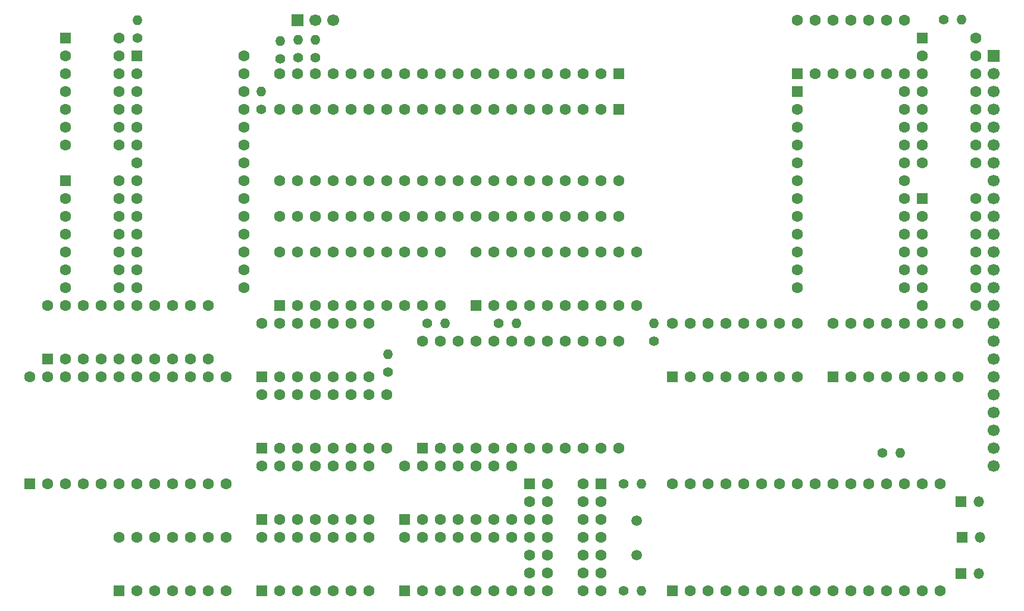
<source format=gbr>
%TF.GenerationSoftware,KiCad,Pcbnew,9.0.1*%
%TF.CreationDate,2025-04-10T23:57:46+03:00*%
%TF.ProjectId,ProgDC,50726f67-4443-42e6-9b69-6361645f7063,rev?*%
%TF.SameCoordinates,Original*%
%TF.FileFunction,Soldermask,Top*%
%TF.FilePolarity,Negative*%
%FSLAX46Y46*%
G04 Gerber Fmt 4.6, Leading zero omitted, Abs format (unit mm)*
G04 Created by KiCad (PCBNEW 9.0.1) date 2025-04-10 23:57:46*
%MOMM*%
%LPD*%
G01*
G04 APERTURE LIST*
G04 Aperture macros list*
%AMRoundRect*
0 Rectangle with rounded corners*
0 $1 Rounding radius*
0 $2 $3 $4 $5 $6 $7 $8 $9 X,Y pos of 4 corners*
0 Add a 4 corners polygon primitive as box body*
4,1,4,$2,$3,$4,$5,$6,$7,$8,$9,$2,$3,0*
0 Add four circle primitives for the rounded corners*
1,1,$1+$1,$2,$3*
1,1,$1+$1,$4,$5*
1,1,$1+$1,$6,$7*
1,1,$1+$1,$8,$9*
0 Add four rect primitives between the rounded corners*
20,1,$1+$1,$2,$3,$4,$5,0*
20,1,$1+$1,$4,$5,$6,$7,0*
20,1,$1+$1,$6,$7,$8,$9,0*
20,1,$1+$1,$8,$9,$2,$3,0*%
G04 Aperture macros list end*
%ADD10R,1.500000X1.500000*%
%ADD11O,1.500000X1.500000*%
%ADD12C,1.400000*%
%ADD13O,1.400000X1.400000*%
%ADD14RoundRect,0.250000X0.550000X-0.550000X0.550000X0.550000X-0.550000X0.550000X-0.550000X-0.550000X0*%
%ADD15C,1.600000*%
%ADD16R,1.700000X1.700000*%
%ADD17C,1.700000*%
%ADD18RoundRect,0.250000X-0.550000X-0.550000X0.550000X-0.550000X0.550000X0.550000X-0.550000X0.550000X0*%
%ADD19RoundRect,0.250000X-0.550000X0.550000X-0.550000X-0.550000X0.550000X-0.550000X0.550000X0.550000X0*%
%ADD20C,1.500000*%
%ADD21RoundRect,0.250000X0.550000X0.550000X-0.550000X0.550000X-0.550000X-0.550000X0.550000X-0.550000X0*%
G04 APERTURE END LIST*
D10*
%TO.C,VD2*%
X178180000Y-119460000D03*
D11*
X180720000Y-119460000D03*
%TD*%
D12*
%TO.C,R6*%
X175707000Y-40528000D03*
D13*
X178247000Y-40528000D03*
%TD*%
D14*
%TO.C,D3*%
X78740000Y-121920000D03*
D15*
X81280000Y-121920000D03*
X83820000Y-121920000D03*
X86360000Y-121920000D03*
X88900000Y-121920000D03*
X91440000Y-121920000D03*
X93980000Y-121920000D03*
X93980000Y-114300000D03*
X91440000Y-114300000D03*
X88900000Y-114300000D03*
X86360000Y-114300000D03*
X83820000Y-114300000D03*
X81280000Y-114300000D03*
X78740000Y-114300000D03*
%TD*%
D12*
%TO.C,R7*%
X130180000Y-106680000D03*
D13*
X132720000Y-106680000D03*
%TD*%
D12*
%TO.C,R1*%
X60976000Y-43145000D03*
D13*
X60976000Y-40605000D03*
%TD*%
D16*
%TO.C,J3*%
X83820000Y-40640000D03*
D17*
X86360000Y-40640000D03*
X88900000Y-40640000D03*
%TD*%
D10*
%TO.C,VD1*%
X178324000Y-114300000D03*
D11*
X180864000Y-114300000D03*
%TD*%
D14*
%TO.C,D12*%
X160020000Y-91440000D03*
D15*
X162560000Y-91440000D03*
X165100000Y-91440000D03*
X167640000Y-91440000D03*
X170180000Y-91440000D03*
X172720000Y-91440000D03*
X175260000Y-91440000D03*
X177800000Y-91440000D03*
X177800000Y-83820000D03*
X175260000Y-83820000D03*
X172720000Y-83820000D03*
X170180000Y-83820000D03*
X167640000Y-83820000D03*
X165100000Y-83820000D03*
X162560000Y-83820000D03*
X160020000Y-83820000D03*
%TD*%
D18*
%TO.C,D21*%
X172720000Y-66040000D03*
D15*
X172720000Y-68580000D03*
X172720000Y-71120000D03*
X172720000Y-73660000D03*
X172720000Y-76200000D03*
X172720000Y-78740000D03*
X172720000Y-81280000D03*
X180340000Y-81280000D03*
X180340000Y-78740000D03*
X180340000Y-76200000D03*
X180340000Y-73660000D03*
X180340000Y-71120000D03*
X180340000Y-68580000D03*
X180340000Y-66040000D03*
%TD*%
D14*
%TO.C,D18*%
X58420000Y-121920000D03*
D15*
X60960000Y-121920000D03*
X63500000Y-121920000D03*
X66040000Y-121920000D03*
X68580000Y-121920000D03*
X71120000Y-121920000D03*
X73660000Y-121920000D03*
X73660000Y-114300000D03*
X71120000Y-114300000D03*
X68580000Y-114300000D03*
X66040000Y-114300000D03*
X63500000Y-114300000D03*
X60960000Y-114300000D03*
X58420000Y-114300000D03*
%TD*%
D14*
%TO.C,D20*%
X99060000Y-121920000D03*
D15*
X101600000Y-121920000D03*
X104140000Y-121920000D03*
X106680000Y-121920000D03*
X109220000Y-121920000D03*
X111760000Y-121920000D03*
X114300000Y-121920000D03*
X114300000Y-114300000D03*
X111760000Y-114300000D03*
X109220000Y-114300000D03*
X106680000Y-114300000D03*
X104140000Y-114300000D03*
X101600000Y-114300000D03*
X99060000Y-114300000D03*
%TD*%
D14*
%TO.C,D10*%
X101600000Y-101600000D03*
D15*
X104140000Y-101600000D03*
X106680000Y-101600000D03*
X109220000Y-101600000D03*
X111760000Y-101600000D03*
X114300000Y-101600000D03*
X116840000Y-101600000D03*
X119380000Y-101600000D03*
X121920000Y-101600000D03*
X124460000Y-101600000D03*
X127000000Y-101600000D03*
X129540000Y-101600000D03*
X129540000Y-86360000D03*
X127000000Y-86360000D03*
X124460000Y-86360000D03*
X121920000Y-86360000D03*
X119380000Y-86360000D03*
X116840000Y-86360000D03*
X114300000Y-86360000D03*
X111760000Y-86360000D03*
X109220000Y-86360000D03*
X106680000Y-86360000D03*
X104140000Y-86360000D03*
X101600000Y-86360000D03*
%TD*%
D14*
%TO.C,D13*%
X137160000Y-91440000D03*
D15*
X139700000Y-91440000D03*
X142240000Y-91440000D03*
X144780000Y-91440000D03*
X147320000Y-91440000D03*
X149860000Y-91440000D03*
X152400000Y-91440000D03*
X154940000Y-91440000D03*
X154940000Y-83820000D03*
X152400000Y-83820000D03*
X149860000Y-83820000D03*
X147320000Y-83820000D03*
X144780000Y-83820000D03*
X142240000Y-83820000D03*
X139700000Y-83820000D03*
X137160000Y-83820000D03*
%TD*%
D12*
%TO.C,R2*%
X78629000Y-53340000D03*
D13*
X78629000Y-50800000D03*
%TD*%
D12*
%TO.C,R12*%
X134509000Y-86360000D03*
D13*
X134509000Y-83820000D03*
%TD*%
D14*
%TO.C,D9*%
X78740000Y-101600000D03*
D15*
X81280000Y-101600000D03*
X83820000Y-101600000D03*
X86360000Y-101600000D03*
X88900000Y-101600000D03*
X91440000Y-101600000D03*
X93980000Y-101600000D03*
X96520000Y-101600000D03*
X96520000Y-93980000D03*
X93980000Y-93980000D03*
X91440000Y-93980000D03*
X88900000Y-93980000D03*
X86360000Y-93980000D03*
X83820000Y-93980000D03*
X81280000Y-93980000D03*
X78740000Y-93980000D03*
%TD*%
D10*
%TO.C,VD3*%
X178197000Y-109220000D03*
D11*
X180737000Y-109220000D03*
%TD*%
D19*
%TO.C,U3*%
X129540000Y-53340000D03*
D15*
X127000000Y-53340000D03*
X124460000Y-53340000D03*
X121920000Y-53340000D03*
X119380000Y-53340000D03*
X116840000Y-53340000D03*
X114300000Y-53340000D03*
X111760000Y-53340000D03*
X109220000Y-53340000D03*
X106680000Y-53340000D03*
X104140000Y-53340000D03*
X101600000Y-53340000D03*
X99060000Y-53340000D03*
X96520000Y-53340000D03*
X93980000Y-53340000D03*
X91440000Y-53340000D03*
X88900000Y-53340000D03*
X86360000Y-53340000D03*
X83820000Y-53340000D03*
X81280000Y-53340000D03*
X81280000Y-68580000D03*
X83820000Y-68580000D03*
X86360000Y-68580000D03*
X88900000Y-68580000D03*
X91440000Y-68580000D03*
X93980000Y-68580000D03*
X96520000Y-68580000D03*
X99060000Y-68580000D03*
X101600000Y-68580000D03*
X104140000Y-68580000D03*
X106680000Y-68580000D03*
X109220000Y-68580000D03*
X111760000Y-68580000D03*
X114300000Y-68580000D03*
X116840000Y-68580000D03*
X119380000Y-68580000D03*
X121920000Y-68580000D03*
X124460000Y-68580000D03*
X127000000Y-68580000D03*
X129540000Y-68580000D03*
%TD*%
D12*
%TO.C,R9*%
X96663000Y-90800000D03*
D13*
X96663000Y-88260000D03*
%TD*%
D20*
%TO.C,ZQ1*%
X132080000Y-116840000D03*
X132080000Y-111940000D03*
%TD*%
D14*
%TO.C,D24*%
X154940000Y-48260000D03*
D15*
X157480000Y-48260000D03*
X160020000Y-48260000D03*
X162560000Y-48260000D03*
X165100000Y-48260000D03*
X167640000Y-48260000D03*
X170180000Y-48260000D03*
X170180000Y-40640000D03*
X167640000Y-40640000D03*
X165100000Y-40640000D03*
X162560000Y-40640000D03*
X160020000Y-40640000D03*
X157480000Y-40640000D03*
X154940000Y-40640000D03*
%TD*%
D19*
%TO.C,J1*%
X129540000Y-48260000D03*
D15*
X127000000Y-48260000D03*
X124460000Y-48260000D03*
X121920000Y-48260000D03*
X119380000Y-48260000D03*
X116840000Y-48260000D03*
X114300000Y-48260000D03*
X111760000Y-48260000D03*
X109220000Y-48260000D03*
X106680000Y-48260000D03*
X104140000Y-48260000D03*
X101600000Y-48260000D03*
X99060000Y-48260000D03*
X96520000Y-48260000D03*
X93980000Y-48260000D03*
X91440000Y-48260000D03*
X88900000Y-48260000D03*
X86360000Y-48260000D03*
X83820000Y-48260000D03*
X81280000Y-48260000D03*
X81280000Y-63500000D03*
X83820000Y-63500000D03*
X86360000Y-63500000D03*
X88900000Y-63500000D03*
X91440000Y-63500000D03*
X93980000Y-63500000D03*
X96520000Y-63500000D03*
X99060000Y-63500000D03*
X101600000Y-63500000D03*
X104140000Y-63500000D03*
X106680000Y-63500000D03*
X109220000Y-63500000D03*
X111760000Y-63500000D03*
X114300000Y-63500000D03*
X116840000Y-63500000D03*
X119380000Y-63500000D03*
X121920000Y-63500000D03*
X124460000Y-63500000D03*
X127000000Y-63500000D03*
X129540000Y-63500000D03*
%TD*%
D12*
%TO.C,R5*%
X83836000Y-45989000D03*
D13*
X83836000Y-43449000D03*
%TD*%
D14*
%TO.C,U2*%
X137160000Y-121920000D03*
D15*
X139700000Y-121920000D03*
X142240000Y-121920000D03*
X144780000Y-121920000D03*
X147320000Y-121920000D03*
X149860000Y-121920000D03*
X152400000Y-121920000D03*
X154940000Y-121920000D03*
X157480000Y-121920000D03*
X160020000Y-121920000D03*
X162560000Y-121920000D03*
X165100000Y-121920000D03*
X167640000Y-121920000D03*
X170180000Y-121920000D03*
X172720000Y-121920000D03*
X175260000Y-121920000D03*
X175260000Y-106680000D03*
X172720000Y-106680000D03*
X170180000Y-106680000D03*
X167640000Y-106680000D03*
X165100000Y-106680000D03*
X162560000Y-106680000D03*
X160020000Y-106680000D03*
X157480000Y-106680000D03*
X154940000Y-106680000D03*
X152400000Y-106680000D03*
X149860000Y-106680000D03*
X147320000Y-106680000D03*
X144780000Y-106680000D03*
X142240000Y-106680000D03*
X139700000Y-106680000D03*
X137160000Y-106680000D03*
%TD*%
D12*
%TO.C,R10*%
X112400000Y-83820000D03*
D13*
X114940000Y-83820000D03*
%TD*%
D12*
%TO.C,R3*%
X81296000Y-46116000D03*
D13*
X81296000Y-43576000D03*
%TD*%
D18*
%TO.C,D14*%
X50800000Y-63500000D03*
D15*
X50800000Y-66040000D03*
X50800000Y-68580000D03*
X50800000Y-71120000D03*
X50800000Y-73660000D03*
X50800000Y-76200000D03*
X50800000Y-78740000D03*
X58420000Y-78740000D03*
X58420000Y-76200000D03*
X58420000Y-73660000D03*
X58420000Y-71120000D03*
X58420000Y-68580000D03*
X58420000Y-66040000D03*
X58420000Y-63500000D03*
%TD*%
D14*
%TO.C,D8*%
X45720000Y-106680000D03*
D15*
X48260000Y-106680000D03*
X50800000Y-106680000D03*
X53340000Y-106680000D03*
X55880000Y-106680000D03*
X58420000Y-106680000D03*
X60960000Y-106680000D03*
X63500000Y-106680000D03*
X66040000Y-106680000D03*
X68580000Y-106680000D03*
X71120000Y-106680000D03*
X73660000Y-106680000D03*
X73660000Y-91440000D03*
X71120000Y-91440000D03*
X68580000Y-91440000D03*
X66040000Y-91440000D03*
X63500000Y-91440000D03*
X60960000Y-91440000D03*
X58420000Y-91440000D03*
X55880000Y-91440000D03*
X53340000Y-91440000D03*
X50800000Y-91440000D03*
X48260000Y-91440000D03*
X45720000Y-91440000D03*
%TD*%
D18*
%TO.C,D22*%
X116840000Y-106680000D03*
D15*
X116840000Y-109220000D03*
X116840000Y-111760000D03*
X116840000Y-114300000D03*
X116840000Y-116840000D03*
X116840000Y-119380000D03*
X116840000Y-121920000D03*
X124460000Y-121920000D03*
X124460000Y-119380000D03*
X124460000Y-116840000D03*
X124460000Y-114300000D03*
X124460000Y-111760000D03*
X124460000Y-109220000D03*
X124460000Y-106680000D03*
%TD*%
D14*
%TO.C,D6*%
X81280000Y-81280000D03*
D15*
X83820000Y-81280000D03*
X86360000Y-81280000D03*
X88900000Y-81280000D03*
X91440000Y-81280000D03*
X93980000Y-81280000D03*
X96520000Y-81280000D03*
X99060000Y-81280000D03*
X101600000Y-81280000D03*
X104140000Y-81280000D03*
X104140000Y-73660000D03*
X101600000Y-73660000D03*
X99060000Y-73660000D03*
X96520000Y-73660000D03*
X93980000Y-73660000D03*
X91440000Y-73660000D03*
X88900000Y-73660000D03*
X86360000Y-73660000D03*
X83820000Y-73660000D03*
X81280000Y-73660000D03*
%TD*%
D18*
%TO.C,U1*%
X60960000Y-45720000D03*
D15*
X60960000Y-48260000D03*
X60960000Y-50800000D03*
X60960000Y-53340000D03*
X60960000Y-55880000D03*
X60960000Y-58420000D03*
X60960000Y-60960000D03*
X60960000Y-63500000D03*
X60960000Y-66040000D03*
X60960000Y-68580000D03*
X60960000Y-71120000D03*
X60960000Y-73660000D03*
X60960000Y-76200000D03*
X60960000Y-78740000D03*
X76200000Y-78740000D03*
X76200000Y-76200000D03*
X76200000Y-73660000D03*
X76200000Y-71120000D03*
X76200000Y-68580000D03*
X76200000Y-66040000D03*
X76200000Y-63500000D03*
X76200000Y-60960000D03*
X76200000Y-58420000D03*
X76200000Y-55880000D03*
X76200000Y-53340000D03*
X76200000Y-50800000D03*
X76200000Y-48260000D03*
X76200000Y-45720000D03*
%TD*%
D14*
%TO.C,D1*%
X78740000Y-91440000D03*
D15*
X81280000Y-91440000D03*
X83820000Y-91440000D03*
X86360000Y-91440000D03*
X88900000Y-91440000D03*
X91440000Y-91440000D03*
X93980000Y-91440000D03*
X93980000Y-83820000D03*
X91440000Y-83820000D03*
X88900000Y-83820000D03*
X86360000Y-83820000D03*
X83820000Y-83820000D03*
X81280000Y-83820000D03*
X78740000Y-83820000D03*
%TD*%
D14*
%TO.C,D5*%
X99060000Y-111760000D03*
D15*
X101600000Y-111760000D03*
X104140000Y-111760000D03*
X106680000Y-111760000D03*
X109220000Y-111760000D03*
X111760000Y-111760000D03*
X114300000Y-111760000D03*
X114300000Y-104140000D03*
X111760000Y-104140000D03*
X109220000Y-104140000D03*
X106680000Y-104140000D03*
X104140000Y-104140000D03*
X101600000Y-104140000D03*
X99060000Y-104140000D03*
%TD*%
D18*
%TO.C,D15*%
X154940000Y-50800000D03*
D15*
X154940000Y-53340000D03*
X154940000Y-55880000D03*
X154940000Y-58420000D03*
X154940000Y-60960000D03*
X154940000Y-63500000D03*
X154940000Y-66040000D03*
X154940000Y-68580000D03*
X154940000Y-71120000D03*
X154940000Y-73660000D03*
X154940000Y-76200000D03*
X154940000Y-78740000D03*
X170180000Y-78740000D03*
X170180000Y-76200000D03*
X170180000Y-73660000D03*
X170180000Y-71120000D03*
X170180000Y-68580000D03*
X170180000Y-66040000D03*
X170180000Y-63500000D03*
X170180000Y-60960000D03*
X170180000Y-58420000D03*
X170180000Y-55880000D03*
X170180000Y-53340000D03*
X170180000Y-50800000D03*
%TD*%
D12*
%TO.C,R13*%
X167005000Y-102235000D03*
D13*
X169545000Y-102235000D03*
%TD*%
D14*
%TO.C,D11*%
X48260000Y-88900000D03*
D15*
X50800000Y-88900000D03*
X53340000Y-88900000D03*
X55880000Y-88900000D03*
X58420000Y-88900000D03*
X60960000Y-88900000D03*
X63500000Y-88900000D03*
X66040000Y-88900000D03*
X68580000Y-88900000D03*
X71120000Y-88900000D03*
X71120000Y-81280000D03*
X68580000Y-81280000D03*
X66040000Y-81280000D03*
X63500000Y-81280000D03*
X60960000Y-81280000D03*
X58420000Y-81280000D03*
X55880000Y-81280000D03*
X53340000Y-81280000D03*
X50800000Y-81280000D03*
X48260000Y-81280000D03*
%TD*%
D12*
%TO.C,R8*%
X130180000Y-121920000D03*
D13*
X132720000Y-121920000D03*
%TD*%
D12*
%TO.C,R4*%
X86360000Y-45989000D03*
D13*
X86360000Y-43449000D03*
%TD*%
D18*
%TO.C,D2*%
X50800000Y-43180000D03*
D15*
X50800000Y-45720000D03*
X50800000Y-48260000D03*
X50800000Y-50800000D03*
X50800000Y-53340000D03*
X50800000Y-55880000D03*
X50800000Y-58420000D03*
X58420000Y-58420000D03*
X58420000Y-55880000D03*
X58420000Y-53340000D03*
X58420000Y-50800000D03*
X58420000Y-48260000D03*
X58420000Y-45720000D03*
X58420000Y-43180000D03*
%TD*%
D16*
%TO.C,J2*%
X182880000Y-45720000D03*
D17*
X182880000Y-48260000D03*
X182880000Y-50800000D03*
X182880000Y-53340000D03*
X182880000Y-55880000D03*
X182880000Y-58420000D03*
X182880000Y-60960000D03*
X182880000Y-63500000D03*
X182880000Y-66040000D03*
X182880000Y-68580000D03*
X182880000Y-71120000D03*
X182880000Y-73660000D03*
X182880000Y-76200000D03*
X182880000Y-78740000D03*
X182880000Y-81280000D03*
X182880000Y-83820000D03*
X182880000Y-86360000D03*
X182880000Y-88900000D03*
X182880000Y-91440000D03*
X182880000Y-93980000D03*
X182880000Y-96520000D03*
X182880000Y-99060000D03*
X182880000Y-101600000D03*
X182880000Y-104140000D03*
%TD*%
D14*
%TO.C,D4*%
X78740000Y-111760000D03*
D15*
X81280000Y-111760000D03*
X83820000Y-111760000D03*
X86360000Y-111760000D03*
X88900000Y-111760000D03*
X91440000Y-111760000D03*
X93980000Y-111760000D03*
X93980000Y-104140000D03*
X91440000Y-104140000D03*
X88900000Y-104140000D03*
X86360000Y-104140000D03*
X83820000Y-104140000D03*
X81280000Y-104140000D03*
X78740000Y-104140000D03*
%TD*%
D18*
%TO.C,D19*%
X172720000Y-43180000D03*
D15*
X172720000Y-45720000D03*
X172720000Y-48260000D03*
X172720000Y-50800000D03*
X172720000Y-53340000D03*
X172720000Y-55880000D03*
X172720000Y-58420000D03*
X172720000Y-60960000D03*
X180340000Y-60960000D03*
X180340000Y-58420000D03*
X180340000Y-55880000D03*
X180340000Y-53340000D03*
X180340000Y-50800000D03*
X180340000Y-48260000D03*
X180340000Y-45720000D03*
X180340000Y-43180000D03*
%TD*%
D14*
%TO.C,D7*%
X109220000Y-81280000D03*
D15*
X111760000Y-81280000D03*
X114300000Y-81280000D03*
X116840000Y-81280000D03*
X119380000Y-81280000D03*
X121920000Y-81280000D03*
X124460000Y-81280000D03*
X127000000Y-81280000D03*
X129540000Y-81280000D03*
X132080000Y-81280000D03*
X132080000Y-73660000D03*
X129540000Y-73660000D03*
X127000000Y-73660000D03*
X124460000Y-73660000D03*
X121920000Y-73660000D03*
X119380000Y-73660000D03*
X116840000Y-73660000D03*
X114300000Y-73660000D03*
X111760000Y-73660000D03*
X109220000Y-73660000D03*
%TD*%
D12*
%TO.C,R11*%
X102240000Y-83820000D03*
D13*
X104780000Y-83820000D03*
%TD*%
D21*
%TO.C,D23*%
X127000000Y-106680000D03*
D15*
X127000000Y-109220000D03*
X127000000Y-111760000D03*
X127000000Y-114300000D03*
X127000000Y-116840000D03*
X127000000Y-119380000D03*
X127000000Y-121920000D03*
X119380000Y-121920000D03*
X119380000Y-119380000D03*
X119380000Y-116840000D03*
X119380000Y-114300000D03*
X119380000Y-111760000D03*
X119380000Y-109220000D03*
X119380000Y-106680000D03*
%TD*%
M02*

</source>
